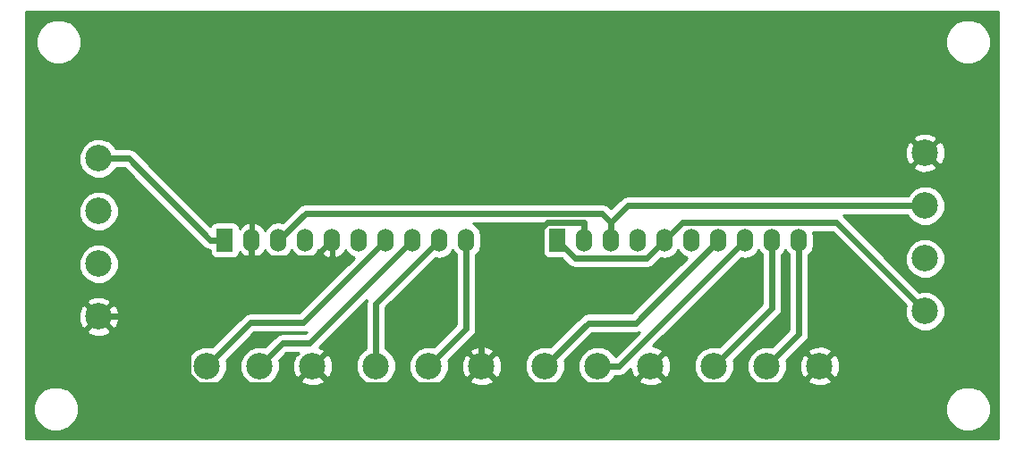
<source format=gbr>
G04 #@! TF.FileFunction,Copper,L2,Bot,Signal*
%FSLAX46Y46*%
G04 Gerber Fmt 4.6, Leading zero omitted, Abs format (unit mm)*
G04 Created by KiCad (PCBNEW 4.0.6) date 08/21/17 11:10:51*
%MOMM*%
%LPD*%
G01*
G04 APERTURE LIST*
%ADD10C,0.100000*%
%ADD11C,2.500000*%
%ADD12R,1.524000X2.199640*%
%ADD13O,1.524000X2.199640*%
%ADD14C,0.600000*%
%ADD15C,0.254000*%
G04 APERTURE END LIST*
D10*
D11*
X158924000Y-103632000D03*
X148924000Y-103632000D03*
X153924000Y-103632000D03*
X174926000Y-103632000D03*
X164926000Y-103632000D03*
X169926000Y-103632000D03*
X190928000Y-103632000D03*
X180928000Y-103632000D03*
X185928000Y-103632000D03*
X206930000Y-103632000D03*
X196930000Y-103632000D03*
X201930000Y-103632000D03*
X138684000Y-98940000D03*
X138684000Y-93940000D03*
X138684000Y-83940000D03*
X138684000Y-88940000D03*
X216916000Y-83432000D03*
X216916000Y-88432000D03*
X216916000Y-98432000D03*
X216916000Y-93432000D03*
D12*
X150622000Y-91694000D03*
D13*
X153162000Y-91694000D03*
X155702000Y-91694000D03*
X158242000Y-91694000D03*
X160782000Y-91694000D03*
X163322000Y-91694000D03*
X165862000Y-91694000D03*
X168402000Y-91694000D03*
X170942000Y-91694000D03*
X173482000Y-91694000D03*
D12*
X182118000Y-91694000D03*
D13*
X184658000Y-91694000D03*
X187198000Y-91694000D03*
X189738000Y-91694000D03*
X192278000Y-91694000D03*
X194818000Y-91694000D03*
X197358000Y-91694000D03*
X199898000Y-91694000D03*
X202438000Y-91694000D03*
X204978000Y-91694000D03*
D14*
X160731600Y-105439600D02*
X158924000Y-103632000D01*
X173118400Y-105439600D02*
X160731600Y-105439600D01*
X174926000Y-103632000D02*
X173118400Y-105439600D01*
X176726400Y-105432400D02*
X174926000Y-103632000D01*
X189127600Y-105432400D02*
X176726400Y-105432400D01*
X190928000Y-103632000D02*
X189127600Y-105432400D01*
X174926000Y-96211600D02*
X174926000Y-103632000D01*
X181143500Y-89994100D02*
X174926000Y-96211600D01*
X184658000Y-89994100D02*
X181143500Y-89994100D01*
X184658000Y-91694000D02*
X184658000Y-89994100D01*
X205129600Y-105432400D02*
X206930000Y-103632000D01*
X192728400Y-105432400D02*
X205129600Y-105432400D01*
X190928000Y-103632000D02*
X192728400Y-105432400D01*
X147080400Y-104395200D02*
X147080400Y-98940000D01*
X148117600Y-105432400D02*
X147080400Y-104395200D01*
X157123600Y-105432400D02*
X148117600Y-105432400D01*
X158924000Y-103632000D02*
X157123600Y-105432400D01*
X138684000Y-98940000D02*
X147080400Y-98940000D01*
X152626500Y-93393900D02*
X153162000Y-93393900D01*
X147080400Y-98940000D02*
X152626500Y-93393900D01*
X153162000Y-91694000D02*
X153162000Y-93393900D01*
X159082100Y-93393900D02*
X153162000Y-93393900D01*
X160782000Y-91694000D02*
X159082100Y-93393900D01*
X153030100Y-99525900D02*
X148924000Y-103632000D01*
X158030100Y-99525900D02*
X153030100Y-99525900D01*
X165862000Y-91694000D02*
X158030100Y-99525900D01*
X158622900Y-101473100D02*
X168402000Y-91694000D01*
X156082900Y-101473100D02*
X158622900Y-101473100D01*
X153924000Y-103632000D02*
X156082900Y-101473100D01*
X164926000Y-97710000D02*
X164926000Y-103632000D01*
X170942000Y-91694000D02*
X164926000Y-97710000D01*
X173482000Y-100076000D02*
X169926000Y-103632000D01*
X173482000Y-91694000D02*
X173482000Y-100076000D01*
X185020400Y-99539600D02*
X180928000Y-103632000D01*
X189512400Y-99539600D02*
X185020400Y-99539600D01*
X197358000Y-91694000D02*
X189512400Y-99539600D01*
X187960000Y-103632000D02*
X185928000Y-103632000D01*
X199898000Y-91694000D02*
X187960000Y-103632000D01*
X202438000Y-98124000D02*
X196930000Y-103632000D01*
X202438000Y-91694000D02*
X202438000Y-98124000D01*
X204978000Y-100584000D02*
X201930000Y-103632000D01*
X204978000Y-91694000D02*
X204978000Y-100584000D01*
X141506000Y-83940000D02*
X138684000Y-83940000D01*
X149260000Y-91694000D02*
X141506000Y-83940000D01*
X150622000Y-91694000D02*
X149260000Y-91694000D01*
X190592000Y-93380000D02*
X192278000Y-91694000D01*
X183804000Y-93380000D02*
X190592000Y-93380000D01*
X182118000Y-91694000D02*
X183804000Y-93380000D01*
X208509700Y-90025700D02*
X216916000Y-98432000D01*
X193946300Y-90025700D02*
X208509700Y-90025700D01*
X192278000Y-91694000D02*
X193946300Y-90025700D01*
X187198000Y-91694000D02*
X187198000Y-89994100D01*
X158252900Y-89143100D02*
X155702000Y-91694000D01*
X186347000Y-89143100D02*
X158252900Y-89143100D01*
X187198000Y-89994100D02*
X186347000Y-89143100D01*
X188760100Y-88432000D02*
X187198000Y-89994100D01*
X216916000Y-88432000D02*
X188760100Y-88432000D01*
D15*
G36*
X223826000Y-110542000D02*
X131774000Y-110542000D01*
X131774000Y-108118815D01*
X132484630Y-108118815D01*
X132808980Y-108903800D01*
X133409041Y-109504909D01*
X134193459Y-109830628D01*
X135042815Y-109831370D01*
X135827800Y-109507020D01*
X136428909Y-108906959D01*
X136754628Y-108122541D01*
X136754631Y-108118815D01*
X218844630Y-108118815D01*
X219168980Y-108903800D01*
X219769041Y-109504909D01*
X220553459Y-109830628D01*
X221402815Y-109831370D01*
X222187800Y-109507020D01*
X222788909Y-108906959D01*
X223114628Y-108122541D01*
X223115370Y-107273185D01*
X222791020Y-106488200D01*
X222190959Y-105887091D01*
X221406541Y-105561372D01*
X220557185Y-105560630D01*
X219772200Y-105884980D01*
X219171091Y-106485041D01*
X218845372Y-107269459D01*
X218844630Y-108118815D01*
X136754631Y-108118815D01*
X136755370Y-107273185D01*
X136431020Y-106488200D01*
X135830959Y-105887091D01*
X135046541Y-105561372D01*
X134197185Y-105560630D01*
X133412200Y-105884980D01*
X132811091Y-106485041D01*
X132485372Y-107269459D01*
X132484630Y-108118815D01*
X131774000Y-108118815D01*
X131774000Y-104005305D01*
X147038674Y-104005305D01*
X147325043Y-104698372D01*
X147854839Y-105229093D01*
X148547405Y-105516672D01*
X149297305Y-105517326D01*
X149990372Y-105230957D01*
X150521093Y-104701161D01*
X150808672Y-104008595D01*
X150809326Y-103258695D01*
X150753852Y-103124438D01*
X153417390Y-100460900D01*
X158030100Y-100460900D01*
X158383008Y-100390702D01*
X158235610Y-100538100D01*
X156082900Y-100538100D01*
X155725091Y-100609273D01*
X155421755Y-100811955D01*
X154431871Y-101801839D01*
X154300595Y-101747328D01*
X153550695Y-101746674D01*
X152857628Y-102033043D01*
X152326907Y-102562839D01*
X152039328Y-103255405D01*
X152038674Y-104005305D01*
X152325043Y-104698372D01*
X152854839Y-105229093D01*
X153547405Y-105516672D01*
X154297305Y-105517326D01*
X154990372Y-105230957D01*
X155256472Y-104965320D01*
X157770285Y-104965320D01*
X157899533Y-105258123D01*
X158599806Y-105526388D01*
X159349435Y-105506250D01*
X159948467Y-105258123D01*
X160077715Y-104965320D01*
X158924000Y-103811605D01*
X157770285Y-104965320D01*
X155256472Y-104965320D01*
X155521093Y-104701161D01*
X155808672Y-104008595D01*
X155809326Y-103258695D01*
X155753852Y-103124438D01*
X156470190Y-102408100D01*
X157520492Y-102408100D01*
X157590678Y-102478286D01*
X157297877Y-102607533D01*
X157029612Y-103307806D01*
X157049750Y-104057435D01*
X157297877Y-104656467D01*
X157590680Y-104785715D01*
X158744395Y-103632000D01*
X159103605Y-103632000D01*
X160257320Y-104785715D01*
X160550123Y-104656467D01*
X160818388Y-103956194D01*
X160798250Y-103206565D01*
X160550123Y-102607533D01*
X160257320Y-102478285D01*
X159103605Y-103632000D01*
X158744395Y-103632000D01*
X158730253Y-103617858D01*
X158909858Y-103438253D01*
X158924000Y-103452395D01*
X160077715Y-102298680D01*
X159948467Y-102005877D01*
X159560889Y-101857401D01*
X164061198Y-97357092D01*
X163991000Y-97710000D01*
X163991000Y-101978761D01*
X163859628Y-102033043D01*
X163328907Y-102562839D01*
X163041328Y-103255405D01*
X163040674Y-104005305D01*
X163327043Y-104698372D01*
X163856839Y-105229093D01*
X164549405Y-105516672D01*
X165299305Y-105517326D01*
X165992372Y-105230957D01*
X166523093Y-104701161D01*
X166810672Y-104008595D01*
X166811326Y-103258695D01*
X166524957Y-102565628D01*
X165995161Y-102034907D01*
X165861000Y-101979198D01*
X165861000Y-98097290D01*
X170569565Y-93388725D01*
X170942000Y-93462807D01*
X171476609Y-93356467D01*
X171929828Y-93053635D01*
X172212000Y-92631336D01*
X172494172Y-93053635D01*
X172547000Y-93088934D01*
X172547000Y-99688710D01*
X170433871Y-101801839D01*
X170302595Y-101747328D01*
X169552695Y-101746674D01*
X168859628Y-102033043D01*
X168328907Y-102562839D01*
X168041328Y-103255405D01*
X168040674Y-104005305D01*
X168327043Y-104698372D01*
X168856839Y-105229093D01*
X169549405Y-105516672D01*
X170299305Y-105517326D01*
X170992372Y-105230957D01*
X171258472Y-104965320D01*
X173772285Y-104965320D01*
X173901533Y-105258123D01*
X174601806Y-105526388D01*
X175351435Y-105506250D01*
X175950467Y-105258123D01*
X176079715Y-104965320D01*
X174926000Y-103811605D01*
X173772285Y-104965320D01*
X171258472Y-104965320D01*
X171523093Y-104701161D01*
X171810672Y-104008595D01*
X171811283Y-103307806D01*
X173031612Y-103307806D01*
X173051750Y-104057435D01*
X173299877Y-104656467D01*
X173592680Y-104785715D01*
X174746395Y-103632000D01*
X175105605Y-103632000D01*
X176259320Y-104785715D01*
X176552123Y-104656467D01*
X176820388Y-103956194D01*
X176800250Y-103206565D01*
X176552123Y-102607533D01*
X176259320Y-102478285D01*
X175105605Y-103632000D01*
X174746395Y-103632000D01*
X173592680Y-102478285D01*
X173299877Y-102607533D01*
X173031612Y-103307806D01*
X171811283Y-103307806D01*
X171811326Y-103258695D01*
X171755852Y-103124438D01*
X172581610Y-102298680D01*
X173772285Y-102298680D01*
X174926000Y-103452395D01*
X176079715Y-102298680D01*
X175950467Y-102005877D01*
X175250194Y-101737612D01*
X174500565Y-101757750D01*
X173901533Y-102005877D01*
X173772285Y-102298680D01*
X172581610Y-102298680D01*
X174143145Y-100737145D01*
X174345827Y-100433809D01*
X174417000Y-100076000D01*
X174417000Y-93088934D01*
X174469828Y-93053635D01*
X174772660Y-92600416D01*
X174879000Y-92065807D01*
X174879000Y-91322193D01*
X174772660Y-90787584D01*
X174469828Y-90334365D01*
X174086301Y-90078100D01*
X180985354Y-90078100D01*
X180904559Y-90130090D01*
X180759569Y-90342290D01*
X180708560Y-90594180D01*
X180708560Y-92793820D01*
X180752838Y-93029137D01*
X180891910Y-93245261D01*
X181104110Y-93390251D01*
X181356000Y-93441260D01*
X182542970Y-93441260D01*
X183142855Y-94041145D01*
X183446191Y-94243827D01*
X183804000Y-94315000D01*
X190592000Y-94315000D01*
X190949809Y-94243827D01*
X191253145Y-94041145D01*
X191905565Y-93388725D01*
X192278000Y-93462807D01*
X192812609Y-93356467D01*
X193265828Y-93053635D01*
X193548000Y-92631336D01*
X193830172Y-93053635D01*
X194283391Y-93356467D01*
X194358336Y-93371374D01*
X189125110Y-98604600D01*
X185020405Y-98604600D01*
X185020400Y-98604599D01*
X184731465Y-98662073D01*
X184662591Y-98675773D01*
X184379759Y-98864755D01*
X184359255Y-98878455D01*
X181435871Y-101801839D01*
X181304595Y-101747328D01*
X180554695Y-101746674D01*
X179861628Y-102033043D01*
X179330907Y-102562839D01*
X179043328Y-103255405D01*
X179042674Y-104005305D01*
X179329043Y-104698372D01*
X179858839Y-105229093D01*
X180551405Y-105516672D01*
X181301305Y-105517326D01*
X181994372Y-105230957D01*
X182525093Y-104701161D01*
X182812672Y-104008595D01*
X182813326Y-103258695D01*
X182757852Y-103124438D01*
X185407690Y-100474600D01*
X189512400Y-100474600D01*
X189865308Y-100404402D01*
X187578745Y-102690965D01*
X187526957Y-102565628D01*
X186997161Y-102034907D01*
X186304595Y-101747328D01*
X185554695Y-101746674D01*
X184861628Y-102033043D01*
X184330907Y-102562839D01*
X184043328Y-103255405D01*
X184042674Y-104005305D01*
X184329043Y-104698372D01*
X184858839Y-105229093D01*
X185551405Y-105516672D01*
X186301305Y-105517326D01*
X186994372Y-105230957D01*
X187260472Y-104965320D01*
X189774285Y-104965320D01*
X189903533Y-105258123D01*
X190603806Y-105526388D01*
X191353435Y-105506250D01*
X191952467Y-105258123D01*
X192081715Y-104965320D01*
X190928000Y-103811605D01*
X189774285Y-104965320D01*
X187260472Y-104965320D01*
X187525093Y-104701161D01*
X187580802Y-104567000D01*
X187960000Y-104567000D01*
X188317809Y-104495827D01*
X188621145Y-104293145D01*
X189048599Y-103865691D01*
X189053750Y-104057435D01*
X189301877Y-104656467D01*
X189594680Y-104785715D01*
X190748395Y-103632000D01*
X191107605Y-103632000D01*
X192261320Y-104785715D01*
X192554123Y-104656467D01*
X192822388Y-103956194D01*
X192802250Y-103206565D01*
X192554123Y-102607533D01*
X192261320Y-102478285D01*
X191107605Y-103632000D01*
X190748395Y-103632000D01*
X190734253Y-103617858D01*
X190913858Y-103438253D01*
X190928000Y-103452395D01*
X192081715Y-102298680D01*
X191952467Y-102005877D01*
X191252194Y-101737612D01*
X191174593Y-101739697D01*
X199525564Y-93388725D01*
X199898000Y-93462807D01*
X200432609Y-93356467D01*
X200885828Y-93053635D01*
X201168000Y-92631336D01*
X201450172Y-93053635D01*
X201503000Y-93088934D01*
X201503000Y-97736710D01*
X197437871Y-101801839D01*
X197306595Y-101747328D01*
X196556695Y-101746674D01*
X195863628Y-102033043D01*
X195332907Y-102562839D01*
X195045328Y-103255405D01*
X195044674Y-104005305D01*
X195331043Y-104698372D01*
X195860839Y-105229093D01*
X196553405Y-105516672D01*
X197303305Y-105517326D01*
X197996372Y-105230957D01*
X198527093Y-104701161D01*
X198814672Y-104008595D01*
X198815326Y-103258695D01*
X198759852Y-103124438D01*
X203099145Y-98785145D01*
X203301827Y-98481809D01*
X203373000Y-98124000D01*
X203373000Y-93088934D01*
X203425828Y-93053635D01*
X203708000Y-92631336D01*
X203990172Y-93053635D01*
X204043000Y-93088934D01*
X204043000Y-100196710D01*
X202437871Y-101801839D01*
X202306595Y-101747328D01*
X201556695Y-101746674D01*
X200863628Y-102033043D01*
X200332907Y-102562839D01*
X200045328Y-103255405D01*
X200044674Y-104005305D01*
X200331043Y-104698372D01*
X200860839Y-105229093D01*
X201553405Y-105516672D01*
X202303305Y-105517326D01*
X202996372Y-105230957D01*
X203262472Y-104965320D01*
X205776285Y-104965320D01*
X205905533Y-105258123D01*
X206605806Y-105526388D01*
X207355435Y-105506250D01*
X207954467Y-105258123D01*
X208083715Y-104965320D01*
X206930000Y-103811605D01*
X205776285Y-104965320D01*
X203262472Y-104965320D01*
X203527093Y-104701161D01*
X203814672Y-104008595D01*
X203815283Y-103307806D01*
X205035612Y-103307806D01*
X205055750Y-104057435D01*
X205303877Y-104656467D01*
X205596680Y-104785715D01*
X206750395Y-103632000D01*
X207109605Y-103632000D01*
X208263320Y-104785715D01*
X208556123Y-104656467D01*
X208824388Y-103956194D01*
X208804250Y-103206565D01*
X208556123Y-102607533D01*
X208263320Y-102478285D01*
X207109605Y-103632000D01*
X206750395Y-103632000D01*
X205596680Y-102478285D01*
X205303877Y-102607533D01*
X205035612Y-103307806D01*
X203815283Y-103307806D01*
X203815326Y-103258695D01*
X203759852Y-103124438D01*
X204585610Y-102298680D01*
X205776285Y-102298680D01*
X206930000Y-103452395D01*
X208083715Y-102298680D01*
X207954467Y-102005877D01*
X207254194Y-101737612D01*
X206504565Y-101757750D01*
X205905533Y-102005877D01*
X205776285Y-102298680D01*
X204585610Y-102298680D01*
X205639145Y-101245145D01*
X205841827Y-100941809D01*
X205913000Y-100584000D01*
X205913000Y-93088934D01*
X205965828Y-93053635D01*
X206268660Y-92600416D01*
X206375000Y-92065807D01*
X206375000Y-91322193D01*
X206303095Y-90960700D01*
X208122410Y-90960700D01*
X215085839Y-97924129D01*
X215031328Y-98055405D01*
X215030674Y-98805305D01*
X215317043Y-99498372D01*
X215846839Y-100029093D01*
X216539405Y-100316672D01*
X217289305Y-100317326D01*
X217982372Y-100030957D01*
X218513093Y-99501161D01*
X218800672Y-98808595D01*
X218801326Y-98058695D01*
X218514957Y-97365628D01*
X217985161Y-96834907D01*
X217292595Y-96547328D01*
X216542695Y-96546674D01*
X216408438Y-96602148D01*
X213611595Y-93805305D01*
X215030674Y-93805305D01*
X215317043Y-94498372D01*
X215846839Y-95029093D01*
X216539405Y-95316672D01*
X217289305Y-95317326D01*
X217982372Y-95030957D01*
X218513093Y-94501161D01*
X218800672Y-93808595D01*
X218801326Y-93058695D01*
X218514957Y-92365628D01*
X217985161Y-91834907D01*
X217292595Y-91547328D01*
X216542695Y-91546674D01*
X215849628Y-91833043D01*
X215318907Y-92362839D01*
X215031328Y-93055405D01*
X215030674Y-93805305D01*
X213611595Y-93805305D01*
X209173290Y-89367000D01*
X215262761Y-89367000D01*
X215317043Y-89498372D01*
X215846839Y-90029093D01*
X216539405Y-90316672D01*
X217289305Y-90317326D01*
X217982372Y-90030957D01*
X218513093Y-89501161D01*
X218800672Y-88808595D01*
X218801326Y-88058695D01*
X218514957Y-87365628D01*
X217985161Y-86834907D01*
X217292595Y-86547328D01*
X216542695Y-86546674D01*
X215849628Y-86833043D01*
X215318907Y-87362839D01*
X215263198Y-87497000D01*
X188760100Y-87497000D01*
X188402291Y-87568173D01*
X188098955Y-87770855D01*
X187198000Y-88671810D01*
X187008145Y-88481955D01*
X186704809Y-88279273D01*
X186347000Y-88208100D01*
X158252900Y-88208100D01*
X157895091Y-88279273D01*
X157591755Y-88481955D01*
X156074435Y-89999275D01*
X155702000Y-89925193D01*
X155167391Y-90031533D01*
X154714172Y-90334365D01*
X154423353Y-90769606D01*
X154404059Y-90704239D01*
X154060026Y-90278550D01*
X153579277Y-90016920D01*
X153505070Y-90001960D01*
X153289000Y-90124460D01*
X153289000Y-91567000D01*
X153309000Y-91567000D01*
X153309000Y-91821000D01*
X153289000Y-91821000D01*
X153289000Y-93263540D01*
X153505070Y-93386040D01*
X153579277Y-93371080D01*
X154060026Y-93109450D01*
X154404059Y-92683761D01*
X154423353Y-92618394D01*
X154714172Y-93053635D01*
X155167391Y-93356467D01*
X155702000Y-93462807D01*
X156236609Y-93356467D01*
X156689828Y-93053635D01*
X156972000Y-92631336D01*
X157254172Y-93053635D01*
X157707391Y-93356467D01*
X158242000Y-93462807D01*
X158776609Y-93356467D01*
X159229828Y-93053635D01*
X159520647Y-92618394D01*
X159539941Y-92683761D01*
X159883974Y-93109450D01*
X160364723Y-93371080D01*
X160438930Y-93386040D01*
X160655000Y-93263540D01*
X160655000Y-91821000D01*
X160635000Y-91821000D01*
X160635000Y-91567000D01*
X160655000Y-91567000D01*
X160655000Y-91547000D01*
X160909000Y-91547000D01*
X160909000Y-91567000D01*
X160929000Y-91567000D01*
X160929000Y-91821000D01*
X160909000Y-91821000D01*
X160909000Y-93263540D01*
X161125070Y-93386040D01*
X161199277Y-93371080D01*
X161680026Y-93109450D01*
X162024059Y-92683761D01*
X162043353Y-92618394D01*
X162334172Y-93053635D01*
X162787391Y-93356467D01*
X162862336Y-93371374D01*
X157642810Y-98590900D01*
X153030100Y-98590900D01*
X152672291Y-98662073D01*
X152368955Y-98864755D01*
X149431871Y-101801839D01*
X149300595Y-101747328D01*
X148550695Y-101746674D01*
X147857628Y-102033043D01*
X147326907Y-102562839D01*
X147039328Y-103255405D01*
X147038674Y-104005305D01*
X131774000Y-104005305D01*
X131774000Y-100273320D01*
X137530285Y-100273320D01*
X137659533Y-100566123D01*
X138359806Y-100834388D01*
X139109435Y-100814250D01*
X139708467Y-100566123D01*
X139837715Y-100273320D01*
X138684000Y-99119605D01*
X137530285Y-100273320D01*
X131774000Y-100273320D01*
X131774000Y-98615806D01*
X136789612Y-98615806D01*
X136809750Y-99365435D01*
X137057877Y-99964467D01*
X137350680Y-100093715D01*
X138504395Y-98940000D01*
X138863605Y-98940000D01*
X140017320Y-100093715D01*
X140310123Y-99964467D01*
X140578388Y-99264194D01*
X140558250Y-98514565D01*
X140310123Y-97915533D01*
X140017320Y-97786285D01*
X138863605Y-98940000D01*
X138504395Y-98940000D01*
X137350680Y-97786285D01*
X137057877Y-97915533D01*
X136789612Y-98615806D01*
X131774000Y-98615806D01*
X131774000Y-97606680D01*
X137530285Y-97606680D01*
X138684000Y-98760395D01*
X139837715Y-97606680D01*
X139708467Y-97313877D01*
X139008194Y-97045612D01*
X138258565Y-97065750D01*
X137659533Y-97313877D01*
X137530285Y-97606680D01*
X131774000Y-97606680D01*
X131774000Y-94313305D01*
X136798674Y-94313305D01*
X137085043Y-95006372D01*
X137614839Y-95537093D01*
X138307405Y-95824672D01*
X139057305Y-95825326D01*
X139750372Y-95538957D01*
X140281093Y-95009161D01*
X140568672Y-94316595D01*
X140569326Y-93566695D01*
X140282957Y-92873628D01*
X139753161Y-92342907D01*
X139060595Y-92055328D01*
X138310695Y-92054674D01*
X137617628Y-92341043D01*
X137086907Y-92870839D01*
X136799328Y-93563405D01*
X136798674Y-94313305D01*
X131774000Y-94313305D01*
X131774000Y-89313305D01*
X136798674Y-89313305D01*
X137085043Y-90006372D01*
X137614839Y-90537093D01*
X138307405Y-90824672D01*
X139057305Y-90825326D01*
X139750372Y-90538957D01*
X140281093Y-90009161D01*
X140568672Y-89316595D01*
X140569326Y-88566695D01*
X140282957Y-87873628D01*
X139753161Y-87342907D01*
X139060595Y-87055328D01*
X138310695Y-87054674D01*
X137617628Y-87341043D01*
X137086907Y-87870839D01*
X136799328Y-88563405D01*
X136798674Y-89313305D01*
X131774000Y-89313305D01*
X131774000Y-84313305D01*
X136798674Y-84313305D01*
X137085043Y-85006372D01*
X137614839Y-85537093D01*
X138307405Y-85824672D01*
X139057305Y-85825326D01*
X139750372Y-85538957D01*
X140281093Y-85009161D01*
X140336802Y-84875000D01*
X141118710Y-84875000D01*
X148598855Y-92355145D01*
X148902191Y-92557827D01*
X149212560Y-92619564D01*
X149212560Y-92793820D01*
X149256838Y-93029137D01*
X149395910Y-93245261D01*
X149608110Y-93390251D01*
X149860000Y-93441260D01*
X151384000Y-93441260D01*
X151619317Y-93396982D01*
X151835441Y-93257910D01*
X151980431Y-93045710D01*
X152026921Y-92816133D01*
X152263974Y-93109450D01*
X152744723Y-93371080D01*
X152818930Y-93386040D01*
X153035000Y-93263540D01*
X153035000Y-91821000D01*
X153015000Y-91821000D01*
X153015000Y-91567000D01*
X153035000Y-91567000D01*
X153035000Y-90124460D01*
X152818930Y-90001960D01*
X152744723Y-90016920D01*
X152263974Y-90278550D01*
X152027181Y-90571546D01*
X151987162Y-90358863D01*
X151848090Y-90142739D01*
X151635890Y-89997749D01*
X151384000Y-89946740D01*
X149860000Y-89946740D01*
X149624683Y-89991018D01*
X149408559Y-90130090D01*
X149263569Y-90342290D01*
X149258014Y-90369724D01*
X143653610Y-84765320D01*
X215762285Y-84765320D01*
X215891533Y-85058123D01*
X216591806Y-85326388D01*
X217341435Y-85306250D01*
X217940467Y-85058123D01*
X218069715Y-84765320D01*
X216916000Y-83611605D01*
X215762285Y-84765320D01*
X143653610Y-84765320D01*
X142167145Y-83278855D01*
X141911152Y-83107806D01*
X215021612Y-83107806D01*
X215041750Y-83857435D01*
X215289877Y-84456467D01*
X215582680Y-84585715D01*
X216736395Y-83432000D01*
X217095605Y-83432000D01*
X218249320Y-84585715D01*
X218542123Y-84456467D01*
X218810388Y-83756194D01*
X218790250Y-83006565D01*
X218542123Y-82407533D01*
X218249320Y-82278285D01*
X217095605Y-83432000D01*
X216736395Y-83432000D01*
X215582680Y-82278285D01*
X215289877Y-82407533D01*
X215021612Y-83107806D01*
X141911152Y-83107806D01*
X141863809Y-83076173D01*
X141506000Y-83005000D01*
X140337239Y-83005000D01*
X140282957Y-82873628D01*
X139753161Y-82342907D01*
X139164999Y-82098680D01*
X215762285Y-82098680D01*
X216916000Y-83252395D01*
X218069715Y-82098680D01*
X217940467Y-81805877D01*
X217240194Y-81537612D01*
X216490565Y-81557750D01*
X215891533Y-81805877D01*
X215762285Y-82098680D01*
X139164999Y-82098680D01*
X139060595Y-82055328D01*
X138310695Y-82054674D01*
X137617628Y-82341043D01*
X137086907Y-82870839D01*
X136799328Y-83563405D01*
X136798674Y-84313305D01*
X131774000Y-84313305D01*
X131774000Y-73320815D01*
X132738630Y-73320815D01*
X133062980Y-74105800D01*
X133663041Y-74706909D01*
X134447459Y-75032628D01*
X135296815Y-75033370D01*
X136081800Y-74709020D01*
X136682909Y-74108959D01*
X137008628Y-73324541D01*
X137008631Y-73320815D01*
X218844630Y-73320815D01*
X219168980Y-74105800D01*
X219769041Y-74706909D01*
X220553459Y-75032628D01*
X221402815Y-75033370D01*
X222187800Y-74709020D01*
X222788909Y-74108959D01*
X223114628Y-73324541D01*
X223115370Y-72475185D01*
X222791020Y-71690200D01*
X222190959Y-71089091D01*
X221406541Y-70763372D01*
X220557185Y-70762630D01*
X219772200Y-71086980D01*
X219171091Y-71687041D01*
X218845372Y-72471459D01*
X218844630Y-73320815D01*
X137008631Y-73320815D01*
X137009370Y-72475185D01*
X136685020Y-71690200D01*
X136084959Y-71089091D01*
X135300541Y-70763372D01*
X134451185Y-70762630D01*
X133666200Y-71086980D01*
X133065091Y-71687041D01*
X132739372Y-72471459D01*
X132738630Y-73320815D01*
X131774000Y-73320815D01*
X131774000Y-70052000D01*
X223826000Y-70052000D01*
X223826000Y-110542000D01*
X223826000Y-110542000D01*
G37*
X223826000Y-110542000D02*
X131774000Y-110542000D01*
X131774000Y-108118815D01*
X132484630Y-108118815D01*
X132808980Y-108903800D01*
X133409041Y-109504909D01*
X134193459Y-109830628D01*
X135042815Y-109831370D01*
X135827800Y-109507020D01*
X136428909Y-108906959D01*
X136754628Y-108122541D01*
X136754631Y-108118815D01*
X218844630Y-108118815D01*
X219168980Y-108903800D01*
X219769041Y-109504909D01*
X220553459Y-109830628D01*
X221402815Y-109831370D01*
X222187800Y-109507020D01*
X222788909Y-108906959D01*
X223114628Y-108122541D01*
X223115370Y-107273185D01*
X222791020Y-106488200D01*
X222190959Y-105887091D01*
X221406541Y-105561372D01*
X220557185Y-105560630D01*
X219772200Y-105884980D01*
X219171091Y-106485041D01*
X218845372Y-107269459D01*
X218844630Y-108118815D01*
X136754631Y-108118815D01*
X136755370Y-107273185D01*
X136431020Y-106488200D01*
X135830959Y-105887091D01*
X135046541Y-105561372D01*
X134197185Y-105560630D01*
X133412200Y-105884980D01*
X132811091Y-106485041D01*
X132485372Y-107269459D01*
X132484630Y-108118815D01*
X131774000Y-108118815D01*
X131774000Y-104005305D01*
X147038674Y-104005305D01*
X147325043Y-104698372D01*
X147854839Y-105229093D01*
X148547405Y-105516672D01*
X149297305Y-105517326D01*
X149990372Y-105230957D01*
X150521093Y-104701161D01*
X150808672Y-104008595D01*
X150809326Y-103258695D01*
X150753852Y-103124438D01*
X153417390Y-100460900D01*
X158030100Y-100460900D01*
X158383008Y-100390702D01*
X158235610Y-100538100D01*
X156082900Y-100538100D01*
X155725091Y-100609273D01*
X155421755Y-100811955D01*
X154431871Y-101801839D01*
X154300595Y-101747328D01*
X153550695Y-101746674D01*
X152857628Y-102033043D01*
X152326907Y-102562839D01*
X152039328Y-103255405D01*
X152038674Y-104005305D01*
X152325043Y-104698372D01*
X152854839Y-105229093D01*
X153547405Y-105516672D01*
X154297305Y-105517326D01*
X154990372Y-105230957D01*
X155256472Y-104965320D01*
X157770285Y-104965320D01*
X157899533Y-105258123D01*
X158599806Y-105526388D01*
X159349435Y-105506250D01*
X159948467Y-105258123D01*
X160077715Y-104965320D01*
X158924000Y-103811605D01*
X157770285Y-104965320D01*
X155256472Y-104965320D01*
X155521093Y-104701161D01*
X155808672Y-104008595D01*
X155809326Y-103258695D01*
X155753852Y-103124438D01*
X156470190Y-102408100D01*
X157520492Y-102408100D01*
X157590678Y-102478286D01*
X157297877Y-102607533D01*
X157029612Y-103307806D01*
X157049750Y-104057435D01*
X157297877Y-104656467D01*
X157590680Y-104785715D01*
X158744395Y-103632000D01*
X159103605Y-103632000D01*
X160257320Y-104785715D01*
X160550123Y-104656467D01*
X160818388Y-103956194D01*
X160798250Y-103206565D01*
X160550123Y-102607533D01*
X160257320Y-102478285D01*
X159103605Y-103632000D01*
X158744395Y-103632000D01*
X158730253Y-103617858D01*
X158909858Y-103438253D01*
X158924000Y-103452395D01*
X160077715Y-102298680D01*
X159948467Y-102005877D01*
X159560889Y-101857401D01*
X164061198Y-97357092D01*
X163991000Y-97710000D01*
X163991000Y-101978761D01*
X163859628Y-102033043D01*
X163328907Y-102562839D01*
X163041328Y-103255405D01*
X163040674Y-104005305D01*
X163327043Y-104698372D01*
X163856839Y-105229093D01*
X164549405Y-105516672D01*
X165299305Y-105517326D01*
X165992372Y-105230957D01*
X166523093Y-104701161D01*
X166810672Y-104008595D01*
X166811326Y-103258695D01*
X166524957Y-102565628D01*
X165995161Y-102034907D01*
X165861000Y-101979198D01*
X165861000Y-98097290D01*
X170569565Y-93388725D01*
X170942000Y-93462807D01*
X171476609Y-93356467D01*
X171929828Y-93053635D01*
X172212000Y-92631336D01*
X172494172Y-93053635D01*
X172547000Y-93088934D01*
X172547000Y-99688710D01*
X170433871Y-101801839D01*
X170302595Y-101747328D01*
X169552695Y-101746674D01*
X168859628Y-102033043D01*
X168328907Y-102562839D01*
X168041328Y-103255405D01*
X168040674Y-104005305D01*
X168327043Y-104698372D01*
X168856839Y-105229093D01*
X169549405Y-105516672D01*
X170299305Y-105517326D01*
X170992372Y-105230957D01*
X171258472Y-104965320D01*
X173772285Y-104965320D01*
X173901533Y-105258123D01*
X174601806Y-105526388D01*
X175351435Y-105506250D01*
X175950467Y-105258123D01*
X176079715Y-104965320D01*
X174926000Y-103811605D01*
X173772285Y-104965320D01*
X171258472Y-104965320D01*
X171523093Y-104701161D01*
X171810672Y-104008595D01*
X171811283Y-103307806D01*
X173031612Y-103307806D01*
X173051750Y-104057435D01*
X173299877Y-104656467D01*
X173592680Y-104785715D01*
X174746395Y-103632000D01*
X175105605Y-103632000D01*
X176259320Y-104785715D01*
X176552123Y-104656467D01*
X176820388Y-103956194D01*
X176800250Y-103206565D01*
X176552123Y-102607533D01*
X176259320Y-102478285D01*
X175105605Y-103632000D01*
X174746395Y-103632000D01*
X173592680Y-102478285D01*
X173299877Y-102607533D01*
X173031612Y-103307806D01*
X171811283Y-103307806D01*
X171811326Y-103258695D01*
X171755852Y-103124438D01*
X172581610Y-102298680D01*
X173772285Y-102298680D01*
X174926000Y-103452395D01*
X176079715Y-102298680D01*
X175950467Y-102005877D01*
X175250194Y-101737612D01*
X174500565Y-101757750D01*
X173901533Y-102005877D01*
X173772285Y-102298680D01*
X172581610Y-102298680D01*
X174143145Y-100737145D01*
X174345827Y-100433809D01*
X174417000Y-100076000D01*
X174417000Y-93088934D01*
X174469828Y-93053635D01*
X174772660Y-92600416D01*
X174879000Y-92065807D01*
X174879000Y-91322193D01*
X174772660Y-90787584D01*
X174469828Y-90334365D01*
X174086301Y-90078100D01*
X180985354Y-90078100D01*
X180904559Y-90130090D01*
X180759569Y-90342290D01*
X180708560Y-90594180D01*
X180708560Y-92793820D01*
X180752838Y-93029137D01*
X180891910Y-93245261D01*
X181104110Y-93390251D01*
X181356000Y-93441260D01*
X182542970Y-93441260D01*
X183142855Y-94041145D01*
X183446191Y-94243827D01*
X183804000Y-94315000D01*
X190592000Y-94315000D01*
X190949809Y-94243827D01*
X191253145Y-94041145D01*
X191905565Y-93388725D01*
X192278000Y-93462807D01*
X192812609Y-93356467D01*
X193265828Y-93053635D01*
X193548000Y-92631336D01*
X193830172Y-93053635D01*
X194283391Y-93356467D01*
X194358336Y-93371374D01*
X189125110Y-98604600D01*
X185020405Y-98604600D01*
X185020400Y-98604599D01*
X184731465Y-98662073D01*
X184662591Y-98675773D01*
X184379759Y-98864755D01*
X184359255Y-98878455D01*
X181435871Y-101801839D01*
X181304595Y-101747328D01*
X180554695Y-101746674D01*
X179861628Y-102033043D01*
X179330907Y-102562839D01*
X179043328Y-103255405D01*
X179042674Y-104005305D01*
X179329043Y-104698372D01*
X179858839Y-105229093D01*
X180551405Y-105516672D01*
X181301305Y-105517326D01*
X181994372Y-105230957D01*
X182525093Y-104701161D01*
X182812672Y-104008595D01*
X182813326Y-103258695D01*
X182757852Y-103124438D01*
X185407690Y-100474600D01*
X189512400Y-100474600D01*
X189865308Y-100404402D01*
X187578745Y-102690965D01*
X187526957Y-102565628D01*
X186997161Y-102034907D01*
X186304595Y-101747328D01*
X185554695Y-101746674D01*
X184861628Y-102033043D01*
X184330907Y-102562839D01*
X184043328Y-103255405D01*
X184042674Y-104005305D01*
X184329043Y-104698372D01*
X184858839Y-105229093D01*
X185551405Y-105516672D01*
X186301305Y-105517326D01*
X186994372Y-105230957D01*
X187260472Y-104965320D01*
X189774285Y-104965320D01*
X189903533Y-105258123D01*
X190603806Y-105526388D01*
X191353435Y-105506250D01*
X191952467Y-105258123D01*
X192081715Y-104965320D01*
X190928000Y-103811605D01*
X189774285Y-104965320D01*
X187260472Y-104965320D01*
X187525093Y-104701161D01*
X187580802Y-104567000D01*
X187960000Y-104567000D01*
X188317809Y-104495827D01*
X188621145Y-104293145D01*
X189048599Y-103865691D01*
X189053750Y-104057435D01*
X189301877Y-104656467D01*
X189594680Y-104785715D01*
X190748395Y-103632000D01*
X191107605Y-103632000D01*
X192261320Y-104785715D01*
X192554123Y-104656467D01*
X192822388Y-103956194D01*
X192802250Y-103206565D01*
X192554123Y-102607533D01*
X192261320Y-102478285D01*
X191107605Y-103632000D01*
X190748395Y-103632000D01*
X190734253Y-103617858D01*
X190913858Y-103438253D01*
X190928000Y-103452395D01*
X192081715Y-102298680D01*
X191952467Y-102005877D01*
X191252194Y-101737612D01*
X191174593Y-101739697D01*
X199525564Y-93388725D01*
X199898000Y-93462807D01*
X200432609Y-93356467D01*
X200885828Y-93053635D01*
X201168000Y-92631336D01*
X201450172Y-93053635D01*
X201503000Y-93088934D01*
X201503000Y-97736710D01*
X197437871Y-101801839D01*
X197306595Y-101747328D01*
X196556695Y-101746674D01*
X195863628Y-102033043D01*
X195332907Y-102562839D01*
X195045328Y-103255405D01*
X195044674Y-104005305D01*
X195331043Y-104698372D01*
X195860839Y-105229093D01*
X196553405Y-105516672D01*
X197303305Y-105517326D01*
X197996372Y-105230957D01*
X198527093Y-104701161D01*
X198814672Y-104008595D01*
X198815326Y-103258695D01*
X198759852Y-103124438D01*
X203099145Y-98785145D01*
X203301827Y-98481809D01*
X203373000Y-98124000D01*
X203373000Y-93088934D01*
X203425828Y-93053635D01*
X203708000Y-92631336D01*
X203990172Y-93053635D01*
X204043000Y-93088934D01*
X204043000Y-100196710D01*
X202437871Y-101801839D01*
X202306595Y-101747328D01*
X201556695Y-101746674D01*
X200863628Y-102033043D01*
X200332907Y-102562839D01*
X200045328Y-103255405D01*
X200044674Y-104005305D01*
X200331043Y-104698372D01*
X200860839Y-105229093D01*
X201553405Y-105516672D01*
X202303305Y-105517326D01*
X202996372Y-105230957D01*
X203262472Y-104965320D01*
X205776285Y-104965320D01*
X205905533Y-105258123D01*
X206605806Y-105526388D01*
X207355435Y-105506250D01*
X207954467Y-105258123D01*
X208083715Y-104965320D01*
X206930000Y-103811605D01*
X205776285Y-104965320D01*
X203262472Y-104965320D01*
X203527093Y-104701161D01*
X203814672Y-104008595D01*
X203815283Y-103307806D01*
X205035612Y-103307806D01*
X205055750Y-104057435D01*
X205303877Y-104656467D01*
X205596680Y-104785715D01*
X206750395Y-103632000D01*
X207109605Y-103632000D01*
X208263320Y-104785715D01*
X208556123Y-104656467D01*
X208824388Y-103956194D01*
X208804250Y-103206565D01*
X208556123Y-102607533D01*
X208263320Y-102478285D01*
X207109605Y-103632000D01*
X206750395Y-103632000D01*
X205596680Y-102478285D01*
X205303877Y-102607533D01*
X205035612Y-103307806D01*
X203815283Y-103307806D01*
X203815326Y-103258695D01*
X203759852Y-103124438D01*
X204585610Y-102298680D01*
X205776285Y-102298680D01*
X206930000Y-103452395D01*
X208083715Y-102298680D01*
X207954467Y-102005877D01*
X207254194Y-101737612D01*
X206504565Y-101757750D01*
X205905533Y-102005877D01*
X205776285Y-102298680D01*
X204585610Y-102298680D01*
X205639145Y-101245145D01*
X205841827Y-100941809D01*
X205913000Y-100584000D01*
X205913000Y-93088934D01*
X205965828Y-93053635D01*
X206268660Y-92600416D01*
X206375000Y-92065807D01*
X206375000Y-91322193D01*
X206303095Y-90960700D01*
X208122410Y-90960700D01*
X215085839Y-97924129D01*
X215031328Y-98055405D01*
X215030674Y-98805305D01*
X215317043Y-99498372D01*
X215846839Y-100029093D01*
X216539405Y-100316672D01*
X217289305Y-100317326D01*
X217982372Y-100030957D01*
X218513093Y-99501161D01*
X218800672Y-98808595D01*
X218801326Y-98058695D01*
X218514957Y-97365628D01*
X217985161Y-96834907D01*
X217292595Y-96547328D01*
X216542695Y-96546674D01*
X216408438Y-96602148D01*
X213611595Y-93805305D01*
X215030674Y-93805305D01*
X215317043Y-94498372D01*
X215846839Y-95029093D01*
X216539405Y-95316672D01*
X217289305Y-95317326D01*
X217982372Y-95030957D01*
X218513093Y-94501161D01*
X218800672Y-93808595D01*
X218801326Y-93058695D01*
X218514957Y-92365628D01*
X217985161Y-91834907D01*
X217292595Y-91547328D01*
X216542695Y-91546674D01*
X215849628Y-91833043D01*
X215318907Y-92362839D01*
X215031328Y-93055405D01*
X215030674Y-93805305D01*
X213611595Y-93805305D01*
X209173290Y-89367000D01*
X215262761Y-89367000D01*
X215317043Y-89498372D01*
X215846839Y-90029093D01*
X216539405Y-90316672D01*
X217289305Y-90317326D01*
X217982372Y-90030957D01*
X218513093Y-89501161D01*
X218800672Y-88808595D01*
X218801326Y-88058695D01*
X218514957Y-87365628D01*
X217985161Y-86834907D01*
X217292595Y-86547328D01*
X216542695Y-86546674D01*
X215849628Y-86833043D01*
X215318907Y-87362839D01*
X215263198Y-87497000D01*
X188760100Y-87497000D01*
X188402291Y-87568173D01*
X188098955Y-87770855D01*
X187198000Y-88671810D01*
X187008145Y-88481955D01*
X186704809Y-88279273D01*
X186347000Y-88208100D01*
X158252900Y-88208100D01*
X157895091Y-88279273D01*
X157591755Y-88481955D01*
X156074435Y-89999275D01*
X155702000Y-89925193D01*
X155167391Y-90031533D01*
X154714172Y-90334365D01*
X154423353Y-90769606D01*
X154404059Y-90704239D01*
X154060026Y-90278550D01*
X153579277Y-90016920D01*
X153505070Y-90001960D01*
X153289000Y-90124460D01*
X153289000Y-91567000D01*
X153309000Y-91567000D01*
X153309000Y-91821000D01*
X153289000Y-91821000D01*
X153289000Y-93263540D01*
X153505070Y-93386040D01*
X153579277Y-93371080D01*
X154060026Y-93109450D01*
X154404059Y-92683761D01*
X154423353Y-92618394D01*
X154714172Y-93053635D01*
X155167391Y-93356467D01*
X155702000Y-93462807D01*
X156236609Y-93356467D01*
X156689828Y-93053635D01*
X156972000Y-92631336D01*
X157254172Y-93053635D01*
X157707391Y-93356467D01*
X158242000Y-93462807D01*
X158776609Y-93356467D01*
X159229828Y-93053635D01*
X159520647Y-92618394D01*
X159539941Y-92683761D01*
X159883974Y-93109450D01*
X160364723Y-93371080D01*
X160438930Y-93386040D01*
X160655000Y-93263540D01*
X160655000Y-91821000D01*
X160635000Y-91821000D01*
X160635000Y-91567000D01*
X160655000Y-91567000D01*
X160655000Y-91547000D01*
X160909000Y-91547000D01*
X160909000Y-91567000D01*
X160929000Y-91567000D01*
X160929000Y-91821000D01*
X160909000Y-91821000D01*
X160909000Y-93263540D01*
X161125070Y-93386040D01*
X161199277Y-93371080D01*
X161680026Y-93109450D01*
X162024059Y-92683761D01*
X162043353Y-92618394D01*
X162334172Y-93053635D01*
X162787391Y-93356467D01*
X162862336Y-93371374D01*
X157642810Y-98590900D01*
X153030100Y-98590900D01*
X152672291Y-98662073D01*
X152368955Y-98864755D01*
X149431871Y-101801839D01*
X149300595Y-101747328D01*
X148550695Y-101746674D01*
X147857628Y-102033043D01*
X147326907Y-102562839D01*
X147039328Y-103255405D01*
X147038674Y-104005305D01*
X131774000Y-104005305D01*
X131774000Y-100273320D01*
X137530285Y-100273320D01*
X137659533Y-100566123D01*
X138359806Y-100834388D01*
X139109435Y-100814250D01*
X139708467Y-100566123D01*
X139837715Y-100273320D01*
X138684000Y-99119605D01*
X137530285Y-100273320D01*
X131774000Y-100273320D01*
X131774000Y-98615806D01*
X136789612Y-98615806D01*
X136809750Y-99365435D01*
X137057877Y-99964467D01*
X137350680Y-100093715D01*
X138504395Y-98940000D01*
X138863605Y-98940000D01*
X140017320Y-100093715D01*
X140310123Y-99964467D01*
X140578388Y-99264194D01*
X140558250Y-98514565D01*
X140310123Y-97915533D01*
X140017320Y-97786285D01*
X138863605Y-98940000D01*
X138504395Y-98940000D01*
X137350680Y-97786285D01*
X137057877Y-97915533D01*
X136789612Y-98615806D01*
X131774000Y-98615806D01*
X131774000Y-97606680D01*
X137530285Y-97606680D01*
X138684000Y-98760395D01*
X139837715Y-97606680D01*
X139708467Y-97313877D01*
X139008194Y-97045612D01*
X138258565Y-97065750D01*
X137659533Y-97313877D01*
X137530285Y-97606680D01*
X131774000Y-97606680D01*
X131774000Y-94313305D01*
X136798674Y-94313305D01*
X137085043Y-95006372D01*
X137614839Y-95537093D01*
X138307405Y-95824672D01*
X139057305Y-95825326D01*
X139750372Y-95538957D01*
X140281093Y-95009161D01*
X140568672Y-94316595D01*
X140569326Y-93566695D01*
X140282957Y-92873628D01*
X139753161Y-92342907D01*
X139060595Y-92055328D01*
X138310695Y-92054674D01*
X137617628Y-92341043D01*
X137086907Y-92870839D01*
X136799328Y-93563405D01*
X136798674Y-94313305D01*
X131774000Y-94313305D01*
X131774000Y-89313305D01*
X136798674Y-89313305D01*
X137085043Y-90006372D01*
X137614839Y-90537093D01*
X138307405Y-90824672D01*
X139057305Y-90825326D01*
X139750372Y-90538957D01*
X140281093Y-90009161D01*
X140568672Y-89316595D01*
X140569326Y-88566695D01*
X140282957Y-87873628D01*
X139753161Y-87342907D01*
X139060595Y-87055328D01*
X138310695Y-87054674D01*
X137617628Y-87341043D01*
X137086907Y-87870839D01*
X136799328Y-88563405D01*
X136798674Y-89313305D01*
X131774000Y-89313305D01*
X131774000Y-84313305D01*
X136798674Y-84313305D01*
X137085043Y-85006372D01*
X137614839Y-85537093D01*
X138307405Y-85824672D01*
X139057305Y-85825326D01*
X139750372Y-85538957D01*
X140281093Y-85009161D01*
X140336802Y-84875000D01*
X141118710Y-84875000D01*
X148598855Y-92355145D01*
X148902191Y-92557827D01*
X149212560Y-92619564D01*
X149212560Y-92793820D01*
X149256838Y-93029137D01*
X149395910Y-93245261D01*
X149608110Y-93390251D01*
X149860000Y-93441260D01*
X151384000Y-93441260D01*
X151619317Y-93396982D01*
X151835441Y-93257910D01*
X151980431Y-93045710D01*
X152026921Y-92816133D01*
X152263974Y-93109450D01*
X152744723Y-93371080D01*
X152818930Y-93386040D01*
X153035000Y-93263540D01*
X153035000Y-91821000D01*
X153015000Y-91821000D01*
X153015000Y-91567000D01*
X153035000Y-91567000D01*
X153035000Y-90124460D01*
X152818930Y-90001960D01*
X152744723Y-90016920D01*
X152263974Y-90278550D01*
X152027181Y-90571546D01*
X151987162Y-90358863D01*
X151848090Y-90142739D01*
X151635890Y-89997749D01*
X151384000Y-89946740D01*
X149860000Y-89946740D01*
X149624683Y-89991018D01*
X149408559Y-90130090D01*
X149263569Y-90342290D01*
X149258014Y-90369724D01*
X143653610Y-84765320D01*
X215762285Y-84765320D01*
X215891533Y-85058123D01*
X216591806Y-85326388D01*
X217341435Y-85306250D01*
X217940467Y-85058123D01*
X218069715Y-84765320D01*
X216916000Y-83611605D01*
X215762285Y-84765320D01*
X143653610Y-84765320D01*
X142167145Y-83278855D01*
X141911152Y-83107806D01*
X215021612Y-83107806D01*
X215041750Y-83857435D01*
X215289877Y-84456467D01*
X215582680Y-84585715D01*
X216736395Y-83432000D01*
X217095605Y-83432000D01*
X218249320Y-84585715D01*
X218542123Y-84456467D01*
X218810388Y-83756194D01*
X218790250Y-83006565D01*
X218542123Y-82407533D01*
X218249320Y-82278285D01*
X217095605Y-83432000D01*
X216736395Y-83432000D01*
X215582680Y-82278285D01*
X215289877Y-82407533D01*
X215021612Y-83107806D01*
X141911152Y-83107806D01*
X141863809Y-83076173D01*
X141506000Y-83005000D01*
X140337239Y-83005000D01*
X140282957Y-82873628D01*
X139753161Y-82342907D01*
X139164999Y-82098680D01*
X215762285Y-82098680D01*
X216916000Y-83252395D01*
X218069715Y-82098680D01*
X217940467Y-81805877D01*
X217240194Y-81537612D01*
X216490565Y-81557750D01*
X215891533Y-81805877D01*
X215762285Y-82098680D01*
X139164999Y-82098680D01*
X139060595Y-82055328D01*
X138310695Y-82054674D01*
X137617628Y-82341043D01*
X137086907Y-82870839D01*
X136799328Y-83563405D01*
X136798674Y-84313305D01*
X131774000Y-84313305D01*
X131774000Y-73320815D01*
X132738630Y-73320815D01*
X133062980Y-74105800D01*
X133663041Y-74706909D01*
X134447459Y-75032628D01*
X135296815Y-75033370D01*
X136081800Y-74709020D01*
X136682909Y-74108959D01*
X137008628Y-73324541D01*
X137008631Y-73320815D01*
X218844630Y-73320815D01*
X219168980Y-74105800D01*
X219769041Y-74706909D01*
X220553459Y-75032628D01*
X221402815Y-75033370D01*
X222187800Y-74709020D01*
X222788909Y-74108959D01*
X223114628Y-73324541D01*
X223115370Y-72475185D01*
X222791020Y-71690200D01*
X222190959Y-71089091D01*
X221406541Y-70763372D01*
X220557185Y-70762630D01*
X219772200Y-71086980D01*
X219171091Y-71687041D01*
X218845372Y-72471459D01*
X218844630Y-73320815D01*
X137008631Y-73320815D01*
X137009370Y-72475185D01*
X136685020Y-71690200D01*
X136084959Y-71089091D01*
X135300541Y-70763372D01*
X134451185Y-70762630D01*
X133666200Y-71086980D01*
X133065091Y-71687041D01*
X132739372Y-72471459D01*
X132738630Y-73320815D01*
X131774000Y-73320815D01*
X131774000Y-70052000D01*
X223826000Y-70052000D01*
X223826000Y-110542000D01*
G36*
X184785000Y-91567000D02*
X184805000Y-91567000D01*
X184805000Y-91821000D01*
X184785000Y-91821000D01*
X184785000Y-91841000D01*
X184531000Y-91841000D01*
X184531000Y-91821000D01*
X184511000Y-91821000D01*
X184511000Y-91567000D01*
X184531000Y-91567000D01*
X184531000Y-91547000D01*
X184785000Y-91547000D01*
X184785000Y-91567000D01*
X184785000Y-91567000D01*
G37*
X184785000Y-91567000D02*
X184805000Y-91567000D01*
X184805000Y-91821000D01*
X184785000Y-91821000D01*
X184785000Y-91841000D01*
X184531000Y-91841000D01*
X184531000Y-91821000D01*
X184511000Y-91821000D01*
X184511000Y-91567000D01*
X184531000Y-91567000D01*
X184531000Y-91547000D01*
X184785000Y-91547000D01*
X184785000Y-91567000D01*
M02*

</source>
